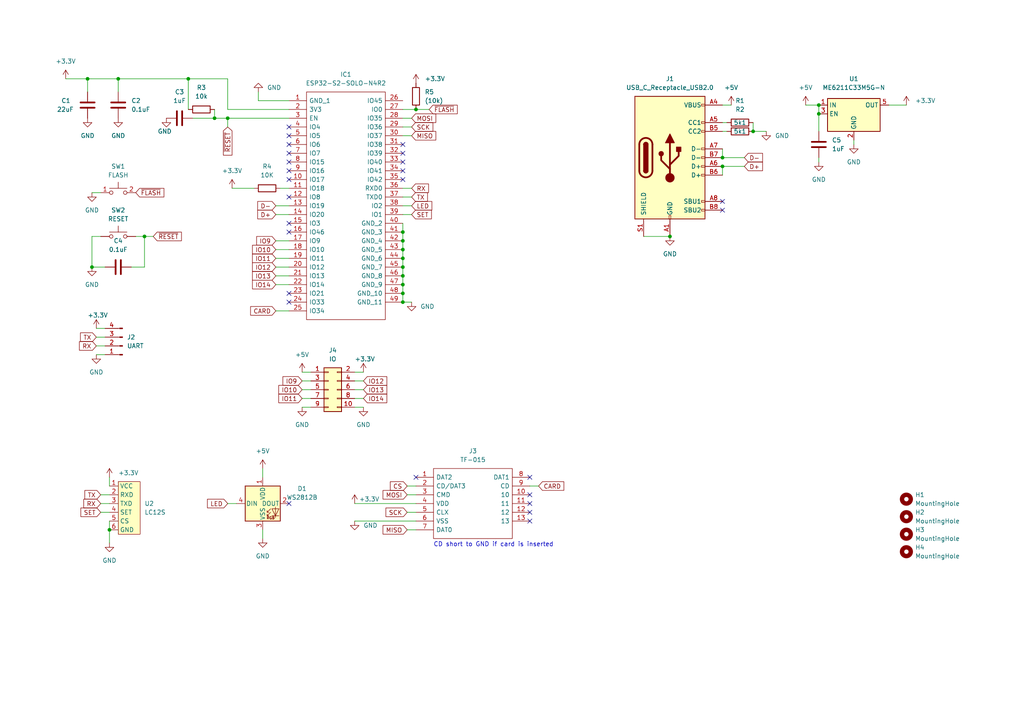
<source format=kicad_sch>
(kicad_sch (version 20231120) (generator "eeschema") (generator_version "8.0")
  (paper "A4")
  (lib_symbols
    (symbol "Connector:Conn_01x04_Male" (pin_names (offset 1.016) hide)
      (property "Reference" "J" (at 0 5.08 0))
      (property "Value" "Conn_01x04_Male" (at 0 -7.62 0))
      (symbol "Conn_01x04_Male_1_1"
        (polyline (pts (xy 1.27 -5.08) (xy 0.8636 -5.08)) (stroke (width 0.1524)))
        (polyline (pts (xy 1.27 -2.54) (xy 0.8636 -2.54)) (stroke (width 0.1524)))
        (polyline (pts (xy 1.27 0) (xy 0.8636 0)) (stroke (width 0.1524)))
        (polyline (pts (xy 1.27 2.54) (xy 0.8636 2.54)) (stroke (width 0.1524)))
        (rectangle (start 0.8636 -4.953) (end 0 -5.207) (stroke (width 0.1524)) (fill (type outline)))
        (rectangle (start 0.8636 -2.413) (end 0 -2.667) (stroke (width 0.1524)) (fill (type outline)))
        (rectangle (start 0.8636 0.127) (end 0 -0.127) (stroke (width 0.1524)) (fill (type outline)))
        (rectangle (start 0.8636 2.667) (end 0 2.413) (stroke (width 0.1524)) (fill (type outline)))
        (pin passive line (at 5.08 2.54 180) (length 3.81) (name "Pin_1") (number "1"))
        (pin passive line (at 5.08 0 180) (length 3.81) (name "Pin_2") (number "2"))
        (pin passive line (at 5.08 -2.54 180) (length 3.81) (name "Pin_3") (number "3"))
        (pin passive line (at 5.08 -5.08 180) (length 3.81) (name "Pin_4") (number "4"))
      )
    )
    (symbol "Connector:USB_C_Receptacle_USB2.0" (pin_names (offset 1.016))
      (property "Reference" "J" (at -10.16 19.05 0))
      (property "Value" "USB_C_Receptacle_USB2.0" (at 19.05 19.05 0))
      (symbol "USB_C_Receptacle_USB2.0_0_0"
        (rectangle (start -0.254 -17.78) (end 0.254 -16.764))
        (rectangle (start 10.16 -14.986) (end 9.144 -15.494))
        (rectangle (start 10.16 -12.446) (end 9.144 -12.954))
        (rectangle (start 10.16 -4.826) (end 9.144 -5.334))
        (rectangle (start 10.16 -2.286) (end 9.144 -2.794))
        (rectangle (start 10.16 0.254) (end 9.144 -0.254))
        (rectangle (start 10.16 2.794) (end 9.144 2.286))
        (rectangle (start 10.16 7.874) (end 9.144 7.366))
        (rectangle (start 10.16 10.414) (end 9.144 9.906))
        (rectangle (start 10.16 15.494) (end 9.144 14.986))
      )
      (symbol "USB_C_Receptacle_USB2.0_0_1"
        (rectangle (start -10.16 17.78) (end 10.16 -17.78) (stroke (width 0.254)) (fill (type background)))
        (arc (start -8.89 -3.81) (mid -6.985 -5.7066) (end -5.08 -3.81) (stroke (width 0.508)))
        (arc (start -7.62 -3.81) (mid -6.985 -4.4422) (end -6.35 -3.81) (stroke (width 0.254)))
        (arc (start -7.62 -3.81) (mid -6.985 -4.4422) (end -6.35 -3.81) (stroke (width 0.254)) (fill (type outline)))
        (rectangle (start -7.62 -3.81) (end -6.35 3.81) (stroke (width 0.254)) (fill (type outline)))
        (arc (start -6.35 3.81) (mid -6.985 4.4422) (end -7.62 3.81) (stroke (width 0.254)))
        (arc (start -6.35 3.81) (mid -6.985 4.4422) (end -7.62 3.81) (stroke (width 0.254)) (fill (type outline)))
        (arc (start -5.08 3.81) (mid -6.985 5.7066) (end -8.89 3.81) (stroke (width 0.508)))
        (circle (center -2.54 1.143) (radius 0.635) (stroke (width 0.254)) (fill (type outline)))
        (circle (center 0 -5.842) (radius 1.27) (fill (type outline)))
        (polyline (pts (xy -8.89 -3.81) (xy -8.89 3.81)) (stroke (width 0.508)))
        (polyline (pts (xy -5.08 3.81) (xy -5.08 -3.81)) (stroke (width 0.508)))
        (polyline (pts (xy 0 -5.842) (xy 0 4.318)) (stroke (width 0.508)))
        (polyline (pts (xy 0 -3.302) (xy -2.54 -0.762) (xy -2.54 0.508)) (stroke (width 0.508)))
        (polyline (pts (xy 0 -2.032) (xy 2.54 0.508) (xy 2.54 1.778)) (stroke (width 0.508)))
        (polyline (pts (xy -1.27 4.318) (xy 0 6.858) (xy 1.27 4.318) (xy -1.27 4.318)) (stroke (width 0.254)) (fill (type outline)))
        (rectangle (start 1.905 1.778) (end 3.175 3.048) (stroke (width 0.254)) (fill (type outline)))
      )
      (symbol "USB_C_Receptacle_USB2.0_1_1"
        (pin passive line (at 0 -22.86 90) (length 5.08) (name "GND") (number "A1"))
        (pin passive line (at 0 -22.86 90) (length 5.08) hide (name "GND") (number "A12"))
        (pin passive line (at 15.24 15.24 180) (length 5.08) (name "VBUS") (number "A4"))
        (pin bidirectional line (at 15.24 10.16 180) (length 5.08) (name "CC1") (number "A5"))
        (pin bidirectional line (at 15.24 -2.54 180) (length 5.08) (name "D+") (number "A6"))
        (pin bidirectional line (at 15.24 2.54 180) (length 5.08) (name "D-") (number "A7"))
        (pin bidirectional line (at 15.24 -12.7 180) (length 5.08) (name "SBU1") (number "A8"))
        (pin passive line (at 15.24 15.24 180) (length 5.08) hide (name "VBUS") (number "A9"))
        (pin passive line (at 0 -22.86 90) (length 5.08) hide (name "GND") (number "B1"))
        (pin passive line (at 0 -22.86 90) (length 5.08) hide (name "GND") (number "B12"))
        (pin passive line (at 15.24 15.24 180) (length 5.08) hide (name "VBUS") (number "B4"))
        (pin bidirectional line (at 15.24 7.62 180) (length 5.08) (name "CC2") (number "B5"))
        (pin bidirectional line (at 15.24 -5.08 180) (length 5.08) (name "D+") (number "B6"))
        (pin bidirectional line (at 15.24 0 180) (length 5.08) (name "D-") (number "B7"))
        (pin bidirectional line (at 15.24 -15.24 180) (length 5.08) (name "SBU2") (number "B8"))
        (pin passive line (at 15.24 15.24 180) (length 5.08) hide (name "VBUS") (number "B9"))
        (pin passive line (at -7.62 -22.86 90) (length 5.08) (name "SHIELD") (number "S1"))
      )
    )
    (symbol "Connector_Generic:Conn_02x05_Odd_Even" (pin_names (offset 1.016) hide)
      (property "Reference" "J" (at 1.27 7.62 0))
      (property "Value" "Conn_02x05_Odd_Even" (at 1.27 -7.62 0))
      (symbol "Conn_02x05_Odd_Even_1_1"
        (rectangle (start -1.27 -4.953) (end 0 -5.207) (stroke (width 0.1524)))
        (rectangle (start -1.27 -2.413) (end 0 -2.667) (stroke (width 0.1524)))
        (rectangle (start -1.27 0.127) (end 0 -0.127) (stroke (width 0.1524)))
        (rectangle (start -1.27 2.667) (end 0 2.413) (stroke (width 0.1524)))
        (rectangle (start -1.27 5.207) (end 0 4.953) (stroke (width 0.1524)))
        (rectangle (start -1.27 6.35) (end 3.81 -6.35) (stroke (width 0.254)) (fill (type background)))
        (rectangle (start 3.81 -4.953) (end 2.54 -5.207) (stroke (width 0.1524)))
        (rectangle (start 3.81 -2.413) (end 2.54 -2.667) (stroke (width 0.1524)))
        (rectangle (start 3.81 0.127) (end 2.54 -0.127) (stroke (width 0.1524)))
        (rectangle (start 3.81 2.667) (end 2.54 2.413) (stroke (width 0.1524)))
        (rectangle (start 3.81 5.207) (end 2.54 4.953) (stroke (width 0.1524)))
        (pin passive line (at -5.08 5.08 0) (length 3.81) (name "Pin_1") (number "1"))
        (pin passive line (at 7.62 -5.08 180) (length 3.81) (name "Pin_10") (number "10"))
        (pin passive line (at 7.62 5.08 180) (length 3.81) (name "Pin_2") (number "2"))
        (pin passive line (at -5.08 2.54 0) (length 3.81) (name "Pin_3") (number "3"))
        (pin passive line (at 7.62 2.54 180) (length 3.81) (name "Pin_4") (number "4"))
        (pin passive line (at -5.08 0 0) (length 3.81) (name "Pin_5") (number "5"))
        (pin passive line (at 7.62 0 180) (length 3.81) (name "Pin_6") (number "6"))
        (pin passive line (at -5.08 -2.54 0) (length 3.81) (name "Pin_7") (number "7"))
        (pin passive line (at 7.62 -2.54 180) (length 3.81) (name "Pin_8") (number "8"))
        (pin passive line (at -5.08 -5.08 0) (length 3.81) (name "Pin_9") (number "9"))
      )
    )
    (symbol "CustomComponents:LC12S"
      (property "Reference" "U" (at 6.35 1.27 0))
      (property "Value" "LC12S" (at 6.35 3.81 0))
      (symbol "LC12S_0_1"
        (rectangle (start 3.81 0) (end 10.16 -15.24) (fill (type background)))
      )
      (symbol "LC12S_1_1"
        (pin power_in line (at 1.27 -1.27 0) (length 2.54) (name "VCC") (number "1"))
        (pin bidirectional line (at 1.27 -3.81 0) (length 2.54) (name "RXD") (number "2"))
        (pin bidirectional line (at 1.27 -6.35 0) (length 2.54) (name "TXD") (number "3"))
        (pin input line (at 1.27 -8.89 0) (length 2.54) (name "SET") (number "4"))
        (pin input line (at 1.27 -11.43 0) (length 2.54) (name "CS") (number "5"))
        (pin power_in line (at 1.27 -13.97 0) (length 2.54) (name "GND") (number "6"))
      )
    )
    (symbol "CustomComponents:ME6211C33M5G-N"
      (property "Reference" "U" (at 0 5.08 0))
      (property "Value" "ME6211C33M5G-N" (at 0 2.54 0))
      (symbol "ME6211C33M5G-N_0_1"
        (rectangle (start -7.62 -8.89) (end 7.62 0.635) (stroke (width 0.254)) (fill (type background)))
      )
      (symbol "ME6211C33M5G-N_1_1"
        (pin power_in line (at -10.16 -1.27 0) (length 2.54) (name "IN") (number "1"))
        (pin power_in line (at 0 -11.43 90) (length 2.54) (name "GND") (number "2"))
        (pin input line (at -10.16 -3.81 0) (length 2.54) (name "EN") (number "3"))
        (pin no_connect line (at 7.62 -3.81 180) (length 2.54) hide (name "NC") (number "4"))
        (pin power_out line (at 10.16 -1.27 180) (length 2.54) (name "OUT") (number "5"))
      )
    )
    (symbol "Device:C" (pin_numbers hide) (pin_names (offset 0.254))
      (property "Reference" "C" (at 0.635 2.54 0))
      (property "Value" "C" (at 0.635 -2.54 0))
      (symbol "C_0_1"
        (polyline (pts (xy -2.032 -0.762) (xy 2.032 -0.762)) (stroke (width 0.508)))
        (polyline (pts (xy -2.032 0.762) (xy 2.032 0.762)) (stroke (width 0.508)))
      )
      (symbol "C_1_1"
        (pin passive line (at 0 3.81 270) (length 2.794) (name "~") (number "1"))
        (pin passive line (at 0 -3.81 90) (length 2.794) (name "~") (number "2"))
      )
    )
    (symbol "Device:R" (pin_numbers hide) (pin_names (offset 0))
      (property "Reference" "R" (at 2.032 0 90))
      (property "Value" "R" (at 0 0 90))
      (symbol "R_0_1"
        (rectangle (start -1.016 -2.54) (end 1.016 2.54) (stroke (width 0.254)))
      )
      (symbol "R_1_1"
        (pin passive line (at 0 3.81 270) (length 1.27) (name "~") (number "1"))
        (pin passive line (at 0 -3.81 90) (length 1.27) (name "~") (number "2"))
      )
    )
    (symbol "LED:WS2812B" (pin_names (offset 0.254))
      (property "Reference" "D" (at 5.08 5.715 0))
      (property "Value" "WS2812B" (at 1.27 -5.715 0))
      (symbol "WS2812B_0_0"
        (text "RGB" (at 2.286 -4.191 0) (effects (font (size 0.762 0.762))))
      )
      (symbol "WS2812B_0_1"
        (polyline (pts (xy 1.27 -3.556) (xy 1.778 -3.556)))
        (polyline (pts (xy 1.27 -2.54) (xy 1.778 -2.54)))
        (polyline (pts (xy 4.699 -3.556) (xy 2.667 -3.556)))
        (polyline (pts (xy 2.286 -2.54) (xy 1.27 -3.556) (xy 1.27 -3.048)))
        (polyline (pts (xy 2.286 -1.524) (xy 1.27 -2.54) (xy 1.27 -2.032)))
        (polyline (pts (xy 3.683 -1.016) (xy 3.683 -3.556) (xy 3.683 -4.064)))
        (polyline (pts (xy 4.699 -1.524) (xy 2.667 -1.524) (xy 3.683 -3.556) (xy 4.699 -1.524)))
        (rectangle (start 5.08 5.08) (end -5.08 -5.08) (stroke (width 0.254)) (fill (type background)))
      )
      (symbol "WS2812B_1_1"
        (pin power_in line (at 0 7.62 270) (length 2.54) (name "VDD") (number "1"))
        (pin output line (at 7.62 0 180) (length 2.54) (name "DOUT") (number "2"))
        (pin power_in line (at 0 -7.62 90) (length 2.54) (name "VSS") (number "3"))
        (pin input line (at -7.62 0 0) (length 2.54) (name "DIN") (number "4"))
      )
    )
    (symbol "Mechanical:MountingHole" (pin_names (offset 1.016))
      (property "Reference" "H" (at 0 5.08 0))
      (property "Value" "MountingHole" (at 0 3.175 0))
      (symbol "MountingHole_0_1"
        (circle (center 0 0) (radius 1.27) (stroke (width 1.27)))
      )
    )
    (symbol "SW_Push_1" (pin_names (offset 1.016) hide)
      (property "Reference" "SW" (at 1.27 2.54 0))
      (property "Value" "SW_Push_1" (at 0 -1.524 0))
      (symbol "SW_Push_1_0_1"
        (circle (center -2.032 0) (radius 0.508))
        (polyline (pts (xy 0 1.27) (xy 0 3.048)))
        (polyline (pts (xy 2.54 1.27) (xy -2.54 1.27)))
        (circle (center 2.032 0) (radius 0.508))
        (pin passive line (at -5.08 0 0) (length 2.54) (name "1") (number "1"))
        (pin passive line (at 5.08 0 180) (length 2.54) (name "2") (number "2"))
      )
    )
    (symbol "SamacSys_Parts:ESP32-S2-SOLO-N4R2" (pin_names (offset 0.762))
      (property "Reference" "IC" (at 29.21 7.62 0))
      (property "Value" "ESP32-S2-SOLO-N4R2" (at 29.21 5.08 0))
      (symbol "ESP32-S2-SOLO-N4R2_0_0"
        (pin passive line (at 0 0 0) (length 5.08) (name "GND_1") (number "1"))
        (pin passive line (at 0 -22.86 0) (length 5.08) (name "IO17") (number "10"))
        (pin passive line (at 0 -25.4 0) (length 5.08) (name "IO18") (number "11"))
        (pin passive line (at 0 -27.94 0) (length 5.08) (name "IO8") (number "12"))
        (pin passive line (at 0 -30.48 0) (length 5.08) (name "IO19") (number "13"))
        (pin passive line (at 0 -33.02 0) (length 5.08) (name "IO20") (number "14"))
        (pin passive line (at 0 -35.56 0) (length 5.08) (name "IO3") (number "15"))
        (pin passive line (at 0 -38.1 0) (length 5.08) (name "IO46") (number "16"))
        (pin passive line (at 0 -40.64 0) (length 5.08) (name "IO9") (number "17"))
        (pin passive line (at 0 -43.18 0) (length 5.08) (name "IO10") (number "18"))
        (pin passive line (at 0 -45.72 0) (length 5.08) (name "IO11") (number "19"))
        (pin passive line (at 0 -2.54 0) (length 5.08) (name "3V3") (number "2"))
        (pin passive line (at 0 -48.26 0) (length 5.08) (name "IO12") (number "20"))
        (pin passive line (at 0 -50.8 0) (length 5.08) (name "IO13") (number "21"))
        (pin passive line (at 0 -53.34 0) (length 5.08) (name "IO14") (number "22"))
        (pin passive line (at 0 -55.88 0) (length 5.08) (name "IO21") (number "23"))
        (pin passive line (at 0 -58.42 0) (length 5.08) (name "IO33") (number "24"))
        (pin passive line (at 0 -60.96 0) (length 5.08) (name "IO34") (number "25"))
        (pin passive line (at 33.02 0 180) (length 5.08) (name "IO45") (number "26"))
        (pin passive line (at 33.02 -2.54 180) (length 5.08) (name "IO0") (number "27"))
        (pin passive line (at 33.02 -5.08 180) (length 5.08) (name "IO35") (number "28"))
        (pin passive line (at 33.02 -7.62 180) (length 5.08) (name "IO36") (number "29"))
        (pin passive line (at 0 -5.08 0) (length 5.08) (name "EN") (number "3"))
        (pin passive line (at 33.02 -10.16 180) (length 5.08) (name "IO37") (number "30"))
        (pin passive line (at 33.02 -12.7 180) (length 5.08) (name "IO38") (number "31"))
        (pin passive line (at 33.02 -15.24 180) (length 5.08) (name "IO39") (number "32"))
        (pin passive line (at 33.02 -17.78 180) (length 5.08) (name "IO40") (number "33"))
        (pin passive line (at 33.02 -20.32 180) (length 5.08) (name "IO41") (number "34"))
        (pin passive line (at 33.02 -22.86 180) (length 5.08) (name "IO42") (number "35"))
        (pin passive line (at 33.02 -25.4 180) (length 5.08) (name "RXD0") (number "36"))
        (pin passive line (at 33.02 -27.94 180) (length 5.08) (name "TXD0") (number "37"))
        (pin passive line (at 33.02 -30.48 180) (length 5.08) (name "IO2") (number "38"))
        (pin passive line (at 33.02 -33.02 180) (length 5.08) (name "IO1") (number "39"))
        (pin passive line (at 0 -7.62 0) (length 5.08) (name "IO4") (number "4"))
        (pin passive line (at 33.02 -35.56 180) (length 5.08) (name "GND_2") (number "40"))
        (pin passive line (at 33.02 -38.1 180) (length 5.08) (name "GND_3") (number "41"))
        (pin passive line (at 33.02 -40.64 180) (length 5.08) (name "GND_4") (number "42"))
        (pin passive line (at 33.02 -43.18 180) (length 5.08) (name "GND_5") (number "43"))
        (pin passive line (at 33.02 -45.72 180) (length 5.08) (name "GND_6") (number "44"))
        (pin passive line (at 33.02 -48.26 180) (length 5.08) (name "GND_7") (number "45"))
        (pin passive line (at 33.02 -50.8 180) (length 5.08) (name "GND_8") (number "46"))
        (pin passive line (at 33.02 -53.34 180) (length 5.08) (name "GND_9") (number "47"))
        (pin passive line (at 33.02 -55.88 180) (length 5.08) (name "GND_10") (number "48"))
        (pin passive line (at 33.02 -58.42 180) (length 5.08) (name "GND_11") (number "49"))
        (pin passive line (at 0 -10.16 0) (length 5.08) (name "IO5") (number "5"))
        (pin passive line (at 0 -12.7 0) (length 5.08) (name "IO6") (number "6"))
        (pin passive line (at 0 -15.24 0) (length 5.08) (name "IO7") (number "7"))
        (pin passive line (at 0 -17.78 0) (length 5.08) (name "IO15") (number "8"))
        (pin passive line (at 0 -20.32 0) (length 5.08) (name "IO16") (number "9"))
      )
      (symbol "ESP32-S2-SOLO-N4R2_0_1"
        (polyline (pts (xy 5.08 2.54) (xy 27.94 2.54) (xy 27.94 -63.5) (xy 5.08 -63.5) (xy 5.08 2.54)) (stroke (width 0.1524)))
      )
    )
    (symbol "SamacSys_Parts:TF-015" (pin_names (offset 0.762))
      (property "Reference" "J" (at 29.21 7.62 0))
      (property "Value" "TF-015" (at 29.21 5.08 0))
      (symbol "TF-015_0_0"
        (pin passive line (at 0 0 0) (length 5.08) (name "DAT2") (number "1"))
        (pin passive line (at 33.02 -5.08 180) (length 5.08) (name "10") (number "10"))
        (pin passive line (at 33.02 -7.62 180) (length 5.08) (name "11") (number "11"))
        (pin passive line (at 33.02 -10.16 180) (length 5.08) (name "12") (number "12"))
        (pin passive line (at 33.02 -12.7 180) (length 5.08) (name "13") (number "13"))
        (pin passive line (at 0 -2.54 0) (length 5.08) (name "CD/DAT3") (number "2"))
        (pin passive line (at 0 -5.08 0) (length 5.08) (name "CMD") (number "3"))
        (pin passive line (at 0 -7.62 0) (length 5.08) (name "VDD") (number "4"))
        (pin passive line (at 0 -10.16 0) (length 5.08) (name "CLX") (number "5"))
        (pin passive line (at 0 -12.7 0) (length 5.08) (name "VSS") (number "6"))
        (pin passive line (at 0 -15.24 0) (length 5.08) (name "DAT0") (number "7"))
        (pin passive line (at 33.02 0 180) (length 5.08) (name "DAT1") (number "8"))
        (pin passive line (at 33.02 -2.54 180) (length 5.08) (name "CD") (number "9"))
      )
      (symbol "TF-015_0_1"
        (polyline (pts (xy 5.08 2.54) (xy 27.94 2.54) (xy 27.94 -17.78) (xy 5.08 -17.78) (xy 5.08 2.54)) (stroke (width 0.1524)))
      )
    )
    (symbol "Switch:SW_Push" (pin_numbers hide) (pin_names (offset 1.016) hide)
      (property "Reference" "SW" (at 1.27 2.54 0))
      (property "Value" "SW_Push" (at 0 -1.524 0))
      (symbol "SW_Push_0_1"
        (circle (center -2.032 0) (radius 0.508))
        (polyline (pts (xy 0 1.27) (xy 0 3.048)))
        (polyline (pts (xy 2.54 1.27) (xy -2.54 1.27)))
        (circle (center 2.032 0) (radius 0.508))
        (pin passive line (at -5.08 0 0) (length 2.54) (name "1") (number "1"))
        (pin passive line (at 5.08 0 180) (length 2.54) (name "2") (number "2"))
      )
    )
    (symbol "power:+3.3V" (power) (pin_names (offset 0))
      (property "Value" "+3.3V" (at 0 3.556 0))
      (symbol "+3.3V_0_1"
        (polyline (pts (xy -0.762 1.27) (xy 0 2.54)))
        (polyline (pts (xy 0 0) (xy 0 2.54)))
        (polyline (pts (xy 0 2.54) (xy 0.762 1.27)))
      )
      (symbol "+3.3V_1_1"
        (pin power_in line (at 0 0 90) (length 0) hide (name "+3.3V") (number "1"))
      )
    )
    (symbol "power:+5V" (power) (pin_names (offset 0))
      (property "Value" "+5V" (at 0 3.556 0))
      (symbol "+5V_0_1"
        (polyline (pts (xy -0.762 1.27) (xy 0 2.54)))
        (polyline (pts (xy 0 0) (xy 0 2.54)))
        (polyline (pts (xy 0 2.54) (xy 0.762 1.27)))
      )
      (symbol "+5V_1_1"
        (pin power_in line (at 0 0 90) (length 0) hide (name "+5V") (number "1"))
      )
    )
    (symbol "power:GND" (power) (pin_names (offset 0))
      (property "Value" "GND" (at 0 -3.81 0))
      (symbol "GND_0_1"
        (polyline (pts (xy 0 0) (xy 0 -1.27) (xy 1.27 -1.27) (xy 0 -2.54) (xy -1.27 -1.27) (xy 0 -1.27)))
      )
      (symbol "GND_1_1"
        (pin power_in line (at 0 0 270) (length 0) hide (name "GND") (number "1"))
      )
    )
  )
  (junction (at 26.67 77.47))
  (junction (at 54.61 22.86))
  (junction (at 237.49 33.02))
  (junction (at 218.44 38.1))
  (junction (at 120.65 31.75))
  (junction (at 116.84 85.09))
  (junction (at 116.84 82.55))
  (junction (at 116.84 77.47))
  (junction (at 209.55 45.72))
  (junction (at 116.84 74.93))
  (junction (at 116.84 67.31))
  (junction (at 209.55 48.26))
  (junction (at 66.04 34.29))
  (junction (at 116.84 87.63))
  (junction (at 116.84 80.01))
  (junction (at 31.75 153.67))
  (junction (at 62.23 34.29))
  (junction (at 34.29 22.86))
  (junction (at 116.84 69.85))
  (junction (at 194.31 68.58))
  (junction (at 25.4 22.86))
  (junction (at 41.91 68.58))
  (junction (at 116.84 72.39))
  (junction (at 237.49 30.48))
  (no_connect (at 83.82 146.05))
  (no_connect (at 116.84 41.91))
  (no_connect (at 116.84 44.45))
  (no_connect (at 116.84 46.99))
  (no_connect (at 116.84 49.53))
  (no_connect (at 116.84 52.07))
  (no_connect (at 153.67 143.51))
  (no_connect (at 153.67 138.43))
  (no_connect (at 120.65 138.43))
  (no_connect (at 153.67 146.05))
  (no_connect (at 153.67 148.59))
  (no_connect (at 153.67 151.13))
  (no_connect (at 83.82 44.45))
  (no_connect (at 83.82 41.91))
  (no_connect (at 83.82 39.37))
  (no_connect (at 83.82 36.83))
  (no_connect (at 83.82 49.53))
  (no_connect (at 83.82 46.99))
  (no_connect (at 209.55 58.42))
  (no_connect (at 209.55 60.96))
  (no_connect (at 83.82 57.15))
  (no_connect (at 83.82 64.77))
  (no_connect (at 83.82 85.09))
  (no_connect (at 83.82 67.31))
  (no_connect (at 83.82 87.63))
  (no_connect (at 83.82 52.07))
  (wire (pts (xy 31.75 151.13) (xy 31.75 153.67)))
  (wire (pts (xy 80.01 82.55) (xy 83.82 82.55)))
  (wire (pts (xy 76.2 135.89) (xy 76.2 138.43)))
  (wire (pts (xy 237.49 30.48) (xy 237.49 33.02)))
  (wire (pts (xy 218.44 35.56) (xy 218.44 38.1)))
  (wire (pts (xy 44.45 68.58) (xy 41.91 68.58)))
  (wire (pts (xy 116.84 36.83) (xy 119.38 36.83)))
  (wire (pts (xy 31.75 153.67) (xy 31.75 157.48)))
  (wire (pts (xy 80.01 90.17) (xy 83.82 90.17)))
  (wire (pts (xy 209.55 48.26) (xy 215.9 48.26)))
  (wire (pts (xy 67.31 54.61) (xy 73.66 54.61)))
  (wire (pts (xy 116.84 39.37) (xy 119.38 39.37)))
  (wire (pts (xy 62.23 34.29) (xy 66.04 34.29)))
  (wire (pts (xy 116.84 87.63) (xy 119.38 87.63)))
  (wire (pts (xy 116.84 85.09) (xy 116.84 82.55)))
  (wire (pts (xy 116.84 59.69) (xy 119.38 59.69)))
  (wire (pts (xy 74.93 29.21) (xy 74.93 26.67)))
  (wire (pts (xy 29.21 146.05) (xy 31.75 146.05)))
  (wire (pts (xy 76.2 156.21) (xy 76.2 153.67)))
  (wire (pts (xy 102.87 118.11) (xy 105.41 118.11)))
  (wire (pts (xy 118.11 143.51) (xy 120.65 143.51)))
  (wire (pts (xy 209.55 35.56) (xy 210.82 35.56)))
  (wire (pts (xy 66.04 31.75) (xy 66.04 22.86)))
  (wire (pts (xy 237.49 33.02) (xy 237.49 38.1)))
  (wire (pts (xy 25.4 22.86) (xy 25.4 26.67)))
  (wire (pts (xy 66.04 34.29) (xy 83.82 34.29)))
  (wire (pts (xy 27.94 97.79) (xy 30.48 97.79)))
  (wire (pts (xy 80.01 80.01) (xy 83.82 80.01)))
  (wire (pts (xy 26.67 77.47) (xy 30.48 77.47)))
  (wire (pts (xy 29.21 148.59) (xy 31.75 148.59)))
  (wire (pts (xy 81.28 54.61) (xy 83.82 54.61)))
  (wire (pts (xy 233.68 30.48) (xy 237.49 30.48)))
  (wire (pts (xy 80.01 77.47) (xy 83.82 77.47)))
  (wire (pts (xy 116.84 87.63) (xy 116.84 85.09)))
  (wire (pts (xy 87.63 110.49) (xy 90.17 110.49)))
  (wire (pts (xy 209.55 38.1) (xy 210.82 38.1)))
  (wire (pts (xy 31.75 138.43) (xy 31.75 140.97)))
  (wire (pts (xy 118.11 140.97) (xy 120.65 140.97)))
  (wire (pts (xy 54.61 22.86) (xy 66.04 22.86)))
  (wire (pts (xy 83.82 31.75) (xy 66.04 31.75)))
  (wire (pts (xy 102.87 110.49) (xy 105.41 110.49)))
  (wire (pts (xy 118.11 153.67) (xy 120.65 153.67)))
  (wire (pts (xy 66.04 146.05) (xy 68.58 146.05)))
  (wire (pts (xy 116.84 62.23) (xy 119.38 62.23)))
  (wire (pts (xy 55.88 34.29) (xy 62.23 34.29)))
  (wire (pts (xy 120.65 31.75) (xy 124.46 31.75)))
  (wire (pts (xy 74.93 29.21) (xy 83.82 29.21)))
  (wire (pts (xy 38.1 77.47) (xy 41.91 77.47)))
  (wire (pts (xy 116.84 72.39) (xy 116.84 69.85)))
  (wire (pts (xy 116.84 69.85) (xy 116.84 67.31)))
  (wire (pts (xy 54.61 22.86) (xy 54.61 31.75)))
  (wire (pts (xy 19.05 22.86) (xy 25.4 22.86)))
  (wire (pts (xy 116.84 77.47) (xy 116.84 74.93)))
  (wire (pts (xy 27.94 102.87) (xy 30.48 102.87)))
  (wire (pts (xy 66.04 34.29) (xy 66.04 36.83)))
  (wire (pts (xy 34.29 22.86) (xy 34.29 26.67)))
  (wire (pts (xy 87.63 107.95) (xy 90.17 107.95)))
  (wire (pts (xy 41.91 77.47) (xy 41.91 68.58)))
  (wire (pts (xy 26.67 55.88) (xy 29.21 55.88)))
  (wire (pts (xy 209.55 30.48) (xy 212.09 30.48)))
  (wire (pts (xy 247.65 40.64) (xy 247.65 41.91)))
  (wire (pts (xy 80.01 69.85) (xy 83.82 69.85)))
  (wire (pts (xy 153.67 140.97) (xy 156.21 140.97)))
  (wire (pts (xy 116.84 57.15) (xy 119.38 57.15)))
  (wire (pts (xy 41.91 68.58) (xy 39.37 68.58)))
  (wire (pts (xy 237.49 45.72) (xy 237.49 46.99)))
  (wire (pts (xy 257.81 30.48) (xy 262.89 30.48)))
  (wire (pts (xy 62.23 31.75) (xy 62.23 34.29)))
  (wire (pts (xy 105.41 107.95) (xy 102.87 107.95)))
  (wire (pts (xy 29.21 143.51) (xy 31.75 143.51)))
  (wire (pts (xy 34.29 22.86) (xy 54.61 22.86)))
  (wire (pts (xy 209.55 48.26) (xy 209.55 50.8)))
  (wire (pts (xy 25.4 22.86) (xy 34.29 22.86)))
  (wire (pts (xy 116.84 82.55) (xy 116.84 80.01)))
  (wire (pts (xy 116.84 80.01) (xy 116.84 77.47)))
  (wire (pts (xy 27.94 100.33) (xy 30.48 100.33)))
  (wire (pts (xy 87.63 118.11) (xy 90.17 118.11)))
  (wire (pts (xy 29.21 68.58) (xy 26.67 68.58)))
  (wire (pts (xy 80.01 74.93) (xy 83.82 74.93)))
  (wire (pts (xy 118.11 148.59) (xy 120.65 148.59)))
  (wire (pts (xy 27.94 95.25) (xy 30.48 95.25)))
  (wire (pts (xy 87.63 113.03) (xy 90.17 113.03)))
  (wire (pts (xy 116.84 34.29) (xy 119.38 34.29)))
  (wire (pts (xy 102.87 146.05) (xy 120.65 146.05)))
  (wire (pts (xy 186.69 68.58) (xy 194.31 68.58)))
  (wire (pts (xy 209.55 43.18) (xy 209.55 45.72)))
  (wire (pts (xy 102.87 115.57) (xy 105.41 115.57)))
  (wire (pts (xy 218.44 38.1) (xy 222.25 38.1)))
  (wire (pts (xy 116.84 31.75) (xy 120.65 31.75)))
  (wire (pts (xy 116.84 74.93) (xy 116.84 72.39)))
  (wire (pts (xy 80.01 62.23) (xy 83.82 62.23)))
  (wire (pts (xy 80.01 59.69) (xy 83.82 59.69)))
  (wire (pts (xy 26.67 68.58) (xy 26.67 77.47)))
  (wire (pts (xy 116.84 54.61) (xy 119.38 54.61)))
  (wire (pts (xy 87.63 115.57) (xy 90.17 115.57)))
  (wire (pts (xy 209.55 45.72) (xy 215.9 45.72)))
  (wire (pts (xy 102.87 151.13) (xy 120.65 151.13)))
  (wire (pts (xy 80.01 72.39) (xy 83.82 72.39)))
  (wire (pts (xy 116.84 67.31) (xy 116.84 64.77)))
  (wire (pts (xy 102.87 113.03) (xy 105.41 113.03)))
  (text "CD short to GND if card is inserted" (at 125.73 158.75 0) (effects (font (size 1.27 1.27)) (justify left bottom)))
  (global_label "IO9" (shape input) (at 87.63 110.49 180) (property "Intersheetrefs" "${INTERSHEET_REFS}" (effects (hide yes))))
  (global_label "IO13" (shape input) (at 105.41 113.03 0) (property "Intersheetrefs" "${INTERSHEET_REFS}" (effects (hide yes))))
  (global_label "IO13" (shape input) (at 80.01 80.01 180) (property "Intersheetrefs" "${INTERSHEET_REFS}" (effects (hide yes))))
  (global_label "D-" (shape input) (at 80.01 59.69 180) (property "Intersheetrefs" "${INTERSHEET_REFS}" (effects (hide yes))))
  (global_label "LED" (shape input) (at 66.04 146.05 180) (property "Intersheetrefs" "${INTERSHEET_REFS}" (effects (hide yes))))
  (global_label "TX" (shape input) (at 29.21 143.51 180) (property "Intersheetrefs" "${INTERSHEET_REFS}" (effects (hide yes))))
  (global_label "MOSI" (shape input) (at 118.11 143.51 180) (property "Intersheetrefs" "${INTERSHEET_REFS}" (effects (hide yes))))
  (global_label "IO9" (shape input) (at 80.01 69.85 180) (property "Intersheetrefs" "${INTERSHEET_REFS}" (effects (hide yes))))
  (global_label "D-" (shape input) (at 215.9 45.72 0) (property "Intersheetrefs" "${INTERSHEET_REFS}" (effects (hide yes))))
  (global_label "CS" (shape input) (at 118.11 140.97 180) (property "Intersheetrefs" "${INTERSHEET_REFS}" (effects (hide yes))))
  (global_label "CARD" (shape input) (at 80.01 90.17 180) (property "Intersheetrefs" "${INTERSHEET_REFS}" (effects (hide yes))))
  (global_label "IO10" (shape input) (at 87.63 113.03 180) (property "Intersheetrefs" "${INTERSHEET_REFS}" (effects (hide yes))))
  (global_label "RX" (shape input) (at 119.38 54.61 0) (property "Intersheetrefs" "${INTERSHEET_REFS}" (effects (hide yes))))
  (global_label "MISO" (shape input) (at 119.38 39.37 0) (property "Intersheetrefs" "${INTERSHEET_REFS}" (effects (hide yes))))
  (global_label "~{RESET}" (shape input) (at 66.04 36.83 270) (property "Intersheetrefs" "${INTERSHEET_REFS}" (effects (hide yes))))
  (global_label "LED" (shape input) (at 119.38 59.69 0) (property "Intersheetrefs" "${INTERSHEET_REFS}" (effects (hide yes))))
  (global_label "MOSI" (shape input) (at 119.38 34.29 0) (property "Intersheetrefs" "${INTERSHEET_REFS}" (effects (hide yes))))
  (global_label "D+" (shape input) (at 80.01 62.23 180) (property "Intersheetrefs" "${INTERSHEET_REFS}" (effects (hide yes))))
  (global_label "MISO" (shape input) (at 118.11 153.67 180) (property "Intersheetrefs" "${INTERSHEET_REFS}" (effects (hide yes))))
  (global_label "~{RESET}" (shape input) (at 44.45 68.58 0) (property "Intersheetrefs" "${INTERSHEET_REFS}" (effects (hide yes))))
  (global_label "SET" (shape input) (at 29.21 148.59 180) (property "Intersheetrefs" "${INTERSHEET_REFS}" (effects (hide yes))))
  (global_label "IO11" (shape input) (at 80.01 74.93 180) (property "Intersheetrefs" "${INTERSHEET_REFS}" (effects (hide yes))))
  (global_label "TX" (shape input) (at 27.94 97.79 180) (property "Intersheetrefs" "${INTERSHEET_REFS}" (effects (hide yes))))
  (global_label "IO12" (shape input) (at 105.41 110.49 0) (property "Intersheetrefs" "${INTERSHEET_REFS}" (effects (hide yes))))
  (global_label "RX" (shape input) (at 29.21 146.05 180) (property "Intersheetrefs" "${INTERSHEET_REFS}" (effects (hide yes))))
  (global_label "TX" (shape input) (at 119.38 57.15 0) (property "Intersheetrefs" "${INTERSHEET_REFS}" (effects (hide yes))))
  (global_label "IO14" (shape input) (at 105.41 115.57 0) (property "Intersheetrefs" "${INTERSHEET_REFS}" (effects (hide yes))))
  (global_label "IO14" (shape input) (at 80.01 82.55 180) (property "Intersheetrefs" "${INTERSHEET_REFS}" (effects (hide yes))))
  (global_label "CARD" (shape input) (at 156.21 140.97 0) (property "Intersheetrefs" "${INTERSHEET_REFS}" (effects (hide yes))))
  (global_label "SET" (shape input) (at 119.38 62.23 0) (property "Intersheetrefs" "${INTERSHEET_REFS}" (effects (hide yes))))
  (global_label "~{FLASH}" (shape input) (at 124.46 31.75 0) (property "Intersheetrefs" "${INTERSHEET_REFS}" (effects (hide yes))))
  (global_label "IO10" (shape input) (at 80.01 72.39 180) (property "Intersheetrefs" "${INTERSHEET_REFS}" (effects (hide yes))))
  (global_label "SCK" (shape input) (at 119.38 36.83 0) (property "Intersheetrefs" "${INTERSHEET_REFS}" (effects (hide yes))))
  (global_label "D+" (shape input) (at 215.9 48.26 0) (property "Intersheetrefs" "${INTERSHEET_REFS}" (effects (hide yes))))
  (global_label "~{FLASH}" (shape input) (at 39.37 55.88 0) (property "Intersheetrefs" "${INTERSHEET_REFS}" (effects (hide yes))))
  (global_label "RX" (shape input) (at 27.94 100.33 180) (property "Intersheetrefs" "${INTERSHEET_REFS}" (effects (hide yes))))
  (global_label "SCK" (shape input) (at 118.11 148.59 180) (property "Intersheetrefs" "${INTERSHEET_REFS}" (effects (hide yes))))
  (global_label "IO11" (shape input) (at 87.63 115.57 180) (property "Intersheetrefs" "${INTERSHEET_REFS}" (effects (hide yes))))
  (global_label "IO12" (shape input) (at 80.01 77.47 180) (property "Intersheetrefs" "${INTERSHEET_REFS}" (effects (hide yes))))
  (symbol (lib_id "CustomComponents:LC12S") (at 30.48 139.7 0) (unit 1)
    (property "Reference" "U2" (at 41.91 146.0499 0) (effects (justify left)))
    (property "Value" "LC12S" (at 41.91 148.5899 0) (effects (justify left)))
    (property "Footprint" "CustomComponents:LC12S" (effects (hide yes)))
  )
  (symbol (lib_id "Mechanical:MountingHole") (at 262.89 144.78 0) (unit 1)
    (property "Reference" "H1" (at 265.43 143.5099 0) (effects (justify left)))
    (property "Value" "MountingHole" (at 265.43 146.0499 0) (effects (justify left)))
    (property "Footprint" "MountingHole:MountingHole_2.2mm_M2" (effects (hide yes)))
  )
  (symbol (lib_id "power:+5V") (at 76.2 135.89 0) (unit 1)
    (property "Reference" "#PWR0101" (effects (hide yes)))
    (property "Value" "+5V" (at 76.2 130.81 0))
  )
  (symbol (lib_id "power:GND") (at 194.31 68.58 0) (unit 1)
    (property "Reference" "#PWR01" (effects (hide yes)))
    (property "Value" "GND" (at 194.31 73.66 0))
  )
  (symbol (lib_id "power:GND") (at 87.63 118.11 0) (unit 1)
    (property "Reference" "#PWR026" (effects (hide yes)))
    (property "Value" "GND" (at 87.63 123.19 0))
  )
  (symbol (lib_id "Device:R") (at 214.63 35.56 90) (unit 1)
    (property "Reference" "R1" (at 214.63 29.21 90))
    (property "Value" "5k1" (at 214.63 35.56 90))
    (property "Footprint" "Resistor_SMD:R_0805_2012Metric_Pad1.20x1.40mm_HandSolder" (effects (hide yes)))
  )
  (symbol (lib_id "power:GND") (at 34.29 34.29 0) (unit 1)
    (property "Reference" "#PWR05" (effects (hide yes)))
    (property "Value" "GND" (at 34.29 39.37 0))
  )
  (symbol (lib_id "power:+3.3V") (at 67.31 54.61 0) (unit 1)
    (property "Reference" "#PWR08" (effects (hide yes)))
    (property "Value" "+3.3V" (at 67.31 49.53 0))
  )
  (symbol (lib_id "SamacSys_Parts:ESP32-S2-SOLO-N4R2") (at 83.82 29.21 0) (unit 1)
    (property "Reference" "IC1" (at 100.33 21.59 0))
    (property "Value" "ESP32-S2-SOLO-N4R2" (at 100.33 24.13 0))
    (property "Footprint" "SamacSys_Parts:ESP32S2SOLON4R2" (effects (hide yes)))
    (property "Datasheet" "https://www.espressif.com/sites/default/files/documentation/esp32-s2-solo_esp32-s2-solo-u_datasheet_en.pdf" (effects (hide yes)))
    (property "Description" "WiFi Modules - 802.11 SMD module, ESP32-S2R2 with 2 MB PSRAM inside, 4 MB SPI flash, PCB antenna/002" (effects (hide yes)))
    (property "Height" "3.25" (effects (hide yes)))
    (property "Manufacturer_Name" "Espressif Systems" (effects (hide yes)))
    (property "Manufacturer_Part_Number" "ESP32-S2-SOLO-N4R2" (effects (hide yes)))
    (property "Mouser Part Number" "356-ESP32-S2SOLON4R2" (effects (hide yes)))
    (property "Mouser Price/Stock" "https://www.mouser.co.uk/ProductDetail/Espressif-Systems/ESP32-S2-SOLO-N4R2?qs=pBJMDPsKWf0j4qPDQHWJuA%3D%3D" (effects (hide yes)))
  )
  (symbol (lib_id "power:GND") (at 222.25 38.1 0) (unit 1)
    (property "Reference" "#PWR06" (effects (hide yes)))
    (property "Value" "GND" (at 224.79 39.3699 0) (effects (justify left)))
  )
  (symbol (lib_id "power:GND") (at 26.67 77.47 0) (unit 1)
    (property "Reference" "#PWR015" (effects (hide yes)))
    (property "Value" "GND" (at 26.67 82.55 0))
  )
  (symbol (lib_id "Device:C") (at 237.49 41.91 0) (unit 1)
    (property "Reference" "C5" (at 241.3 40.6399 0) (effects (justify left)))
    (property "Value" "1uF" (at 241.3 43.1799 0) (effects (justify left)))
    (property "Footprint" "Capacitor_SMD:C_0805_2012Metric_Pad1.18x1.45mm_HandSolder" (effects (hide yes)))
  )
  (symbol (lib_id "Device:C") (at 34.29 77.47 270) (unit 1)
    (property "Reference" "C4" (at 34.29 69.85 90))
    (property "Value" "0.1uF" (at 34.29 72.39 90))
    (property "Footprint" "Capacitor_SMD:C_0805_2012Metric_Pad1.18x1.45mm_HandSolder" (effects (hide yes)))
  )
  (symbol (lib_id "power:GND") (at 26.67 55.88 0) (unit 1)
    (property "Reference" "#PWR014" (effects (hide yes)))
    (property "Value" "GND" (at 26.67 60.96 0))
  )
  (symbol (lib_id "power:+3.3V") (at 120.65 24.13 0) (unit 1)
    (property "Reference" "#PWR011" (effects (hide yes)))
    (property "Value" "+3.3V" (at 123.19 22.8599 0) (effects (justify left)))
  )
  (symbol (lib_id "Connector_Generic:Conn_02x05_Odd_Even") (at 95.25 113.03 0) (unit 1)
    (property "Reference" "J4" (at 96.52 101.6 0))
    (property "Value" "IO" (at 96.52 104.14 0))
    (property "Footprint" "Connector_PinHeader_2.54mm:PinHeader_2x05_P2.54mm_Vertical" (effects (hide yes)))
  )
  (symbol (lib_id "Device:C") (at 25.4 30.48 180) (unit 1)
    (property "Reference" "C1" (at 17.78 29.21 0) (effects (justify right)))
    (property "Value" "22uF" (at 16.51 31.75 0) (effects (justify right)))
    (property "Footprint" "Capacitor_SMD:C_0805_2012Metric_Pad1.18x1.45mm_HandSolder" (effects (hide yes)))
  )
  (symbol (lib_id "power:+3.3V") (at 31.75 138.43 0) (unit 1)
    (property "Reference" "#PWR016" (effects (hide yes)))
    (property "Value" "+3.3V" (at 34.29 137.1599 0) (effects (justify left)))
  )
  (symbol (lib_name "SW_Push_1") (lib_id "Switch:SW_Push") (at 34.29 55.88 0) (unit 1)
    (property "Reference" "SW1" (at 34.29 48.26 0))
    (property "Value" "FLASH" (at 34.29 50.8 0))
    (property "Footprint" "SamacSys_Parts:TS1187ABAB" (effects (hide yes)))
  )
  (symbol (lib_id "CustomComponents:ME6211C33M5G-N") (at 247.65 29.21 0) (unit 1)
    (property "Reference" "U1" (at 247.65 22.86 0))
    (property "Value" "ME6211C33M5G-N" (at 247.65 25.4 0))
    (property "Footprint" "Package_TO_SOT_SMD:SOT-23-5_HandSoldering" (effects (hide yes)))
  )
  (symbol (lib_id "power:+3.3V") (at 105.41 107.95 0) (unit 1)
    (property "Reference" "#PWR027" (effects (hide yes)))
    (property "Value" "+3.3V" (at 102.87 104.14 0) (effects (justify left)))
  )
  (symbol (lib_id "power:GND") (at 27.94 102.87 0) (unit 1)
    (property "Reference" "#PWR013" (effects (hide yes)))
    (property "Value" "GND" (at 27.94 107.95 0))
  )
  (symbol (lib_id "power:+5V") (at 233.68 30.48 0) (unit 1)
    (property "Reference" "#PWR018" (effects (hide yes)))
    (property "Value" "+5V" (at 233.68 25.4 0))
  )
  (symbol (lib_id "Device:R") (at 120.65 27.94 180) (unit 1)
    (property "Reference" "R5" (at 123.19 26.6699 0) (effects (justify right)))
    (property "Value" "(10k)" (at 123.19 29.2099 0) (effects (justify right)))
    (property "Footprint" "Resistor_SMD:R_0805_2012Metric_Pad1.20x1.40mm_HandSolder" (effects (hide yes)))
  )
  (symbol (lib_id "power:GND") (at 105.41 118.11 0) (unit 1)
    (property "Reference" "#PWR028" (effects (hide yes)))
    (property "Value" "GND" (at 105.41 123.19 0))
  )
  (symbol (lib_id "power:GND") (at 247.65 41.91 0) (unit 1)
    (property "Reference" "#PWR020" (effects (hide yes)))
    (property "Value" "GND" (at 247.65 46.99 0))
  )
  (symbol (lib_id "power:+3.3V") (at 102.87 146.05 0) (unit 1)
    (property "Reference" "#PWR024" (effects (hide yes)))
    (property "Value" "+3.3V" (at 104.14 144.78 0) (effects (justify left)))
  )
  (symbol (lib_id "power:GND") (at 237.49 46.99 0) (unit 1)
    (property "Reference" "#PWR019" (effects (hide yes)))
    (property "Value" "GND" (at 237.49 52.07 0))
  )
  (symbol (lib_id "power:GND") (at 74.93 26.67 180) (unit 1)
    (property "Reference" "#PWR09" (effects (hide yes)))
    (property "Value" "GND" (at 77.47 25.3999 0) (effects (justify right)))
  )
  (symbol (lib_id "Device:C") (at 34.29 30.48 180) (unit 1)
    (property "Reference" "C2" (at 38.1 29.2099 0) (effects (justify right)))
    (property "Value" "0.1uF" (at 38.1 31.7499 0) (effects (justify right)))
    (property "Footprint" "Capacitor_SMD:C_0805_2012Metric_Pad1.18x1.45mm_HandSolder" (effects (hide yes)))
  )
  (symbol (lib_id "power:+3.3V") (at 27.94 95.25 0) (unit 1)
    (property "Reference" "#PWR012" (effects (hide yes)))
    (property "Value" "+3.3V" (at 25.4 91.44 0) (effects (justify left)))
  )
  (symbol (lib_id "Switch:SW_Push") (at 34.29 68.58 0) (unit 1)
    (property "Reference" "SW2" (at 34.29 60.96 0))
    (property "Value" "RESET" (at 34.29 63.5 0))
    (property "Footprint" "SamacSys_Parts:TS1187ABAB" (effects (hide yes)))
  )
  (symbol (lib_id "power:+5V") (at 87.63 107.95 0) (unit 1)
    (property "Reference" "#PWR022" (effects (hide yes)))
    (property "Value" "+5V" (at 87.63 102.87 0))
  )
  (symbol (lib_id "Device:R") (at 58.42 31.75 90) (unit 1)
    (property "Reference" "R3" (at 58.42 25.4 90))
    (property "Value" "10k" (at 58.42 27.94 90))
    (property "Footprint" "Resistor_SMD:R_0805_2012Metric_Pad1.20x1.40mm_HandSolder" (effects (hide yes)))
  )
  (symbol (lib_id "power:GND") (at 48.26 34.29 0) (unit 1)
    (property "Reference" "#PWR07" (effects (hide yes)))
    (property "Value" "GND" (at 45.72 38.1 0) (effects (justify left)))
  )
  (symbol (lib_id "Device:R") (at 214.63 38.1 90) (unit 1)
    (property "Reference" "R2" (at 214.63 31.75 90))
    (property "Value" "5k1" (at 214.63 38.1 90))
    (property "Footprint" "Resistor_SMD:R_0805_2012Metric_Pad1.20x1.40mm_HandSolder" (effects (hide yes)))
  )
  (symbol (lib_id "Connector:USB_C_Receptacle_USB2.0") (at 194.31 45.72 0) (unit 1)
    (property "Reference" "J1" (at 194.31 22.86 0))
    (property "Value" "USB_C_Receptacle_USB2.0" (at 194.31 25.4 0))
    (property "Footprint" "CustomComponents:USB_C_Receptacle_HRO_TYPE-C-31-M-12" (effects (hide yes)))
    (property "Datasheet" "https://www.usb.org/sites/default/files/documents/usb_type-c.zip" (effects (hide yes)))
  )
  (symbol (lib_id "power:+5V") (at 212.09 30.48 0) (unit 1)
    (property "Reference" "#PWR04" (effects (hide yes)))
    (property "Value" "+5V" (at 212.09 25.4 0))
  )
  (symbol (lib_id "power:GND") (at 25.4 34.29 0) (unit 1)
    (property "Reference" "#PWR03" (effects (hide yes)))
    (property "Value" "GND" (at 25.4 39.37 0))
  )
  (symbol (lib_id "Mechanical:MountingHole") (at 262.89 160.02 0) (unit 1)
    (property "Reference" "H4" (at 265.43 158.7499 0) (effects (justify left)))
    (property "Value" "MountingHole" (at 265.43 161.2899 0) (effects (justify left)))
    (property "Footprint" "MountingHole:MountingHole_2.2mm_M2" (effects (hide yes)))
  )
  (symbol (lib_id "Device:R") (at 77.47 54.61 90) (unit 1)
    (property "Reference" "R4" (at 77.47 48.26 90))
    (property "Value" "10K" (at 77.47 50.8 90))
    (property "Footprint" "Resistor_SMD:R_0805_2012Metric_Pad1.20x1.40mm_HandSolder" (effects (hide yes)))
  )
  (symbol (lib_id "Mechanical:MountingHole") (at 262.89 149.86 0) (unit 1)
    (property "Reference" "H2" (at 265.43 148.5899 0) (effects (justify left)))
    (property "Value" "MountingHole" (at 265.43 151.1299 0) (effects (justify left)))
    (property "Footprint" "MountingHole:MountingHole_2.2mm_M2" (effects (hide yes)))
  )
  (symbol (lib_id "power:+3.3V") (at 262.89 30.48 0) (unit 1)
    (property "Reference" "#PWR021" (effects (hide yes)))
    (property "Value" "+3.3V" (at 265.43 29.2099 0) (effects (justify left)))
  )
  (symbol (lib_id "Connector:Conn_01x04_Male") (at 35.56 100.33 180) (unit 1)
    (property "Reference" "J2" (at 36.83 97.7899 0) (effects (justify right)))
    (property "Value" "UART" (at 36.83 100.3299 0) (effects (justify right)))
    (property "Footprint" "Connector_PinHeader_2.54mm:PinHeader_1x04_P2.54mm_Vertical" (effects (hide yes)))
  )
  (symbol (lib_id "power:+3.3V") (at 19.05 22.86 0) (unit 1)
    (property "Reference" "#PWR02" (effects (hide yes)))
    (property "Value" "+3.3V" (at 19.05 17.78 0))
  )
  (symbol (lib_id "SamacSys_Parts:TF-015") (at 120.65 138.43 0) (unit 1)
    (property "Reference" "J3" (at 137.16 130.81 0))
    (property "Value" "TF-015" (at 137.16 133.35 0))
    (property "Footprint" "SamacSys_Parts:TF015" (effects (hide yes)))
    (property "Datasheet" "https://datasheet.lcsc.com/szlcsc/SOFNG-TF-015_C113206.pdf" (effects (hide yes)))
    (property "Description" "SD Card connector" (effects (hide yes)))
    (property "Height" "1.7" (effects (hide yes)))
    (property "Manufacturer_Name" "SOFNG" (effects (hide yes)))
    (property "Manufacturer_Part_Number" "TF-015" (effects (hide yes)))
  )
  (symbol (lib_id "LED:WS2812B") (at 76.2 146.05 0) (unit 1)
    (property "Reference" "D1" (at 87.63 141.7193 0))
    (property "Value" "WS2812B" (at 87.63 144.2593 0))
    (property "Footprint" "LED_SMD:LED_WS2812B_PLCC4_5.0x5.0mm_P3.2mm" (effects (hide yes)))
    (property "Datasheet" "https://cdn-shop.adafruit.com/datasheets/WS2812B.pdf" (effects (hide yes)))
  )
  (symbol (lib_id "power:GND") (at 31.75 157.48 0) (unit 1)
    (property "Reference" "#PWR017" (effects (hide yes)))
    (property "Value" "GND" (at 31.75 162.56 0))
  )
  (symbol (lib_id "power:GND") (at 102.87 151.13 0) (unit 1)
    (property "Reference" "#PWR025" (effects (hide yes)))
    (property "Value" "GND" (at 105.41 152.3999 0) (effects (justify left)))
  )
  (symbol (lib_id "power:GND") (at 119.38 87.63 0) (unit 1)
    (property "Reference" "#PWR010" (effects (hide yes)))
    (property "Value" "GND" (at 121.92 88.8999 0) (effects (justify left)))
  )
  (symbol (lib_id "Mechanical:MountingHole") (at 262.89 154.94 0) (unit 1)
    (property "Reference" "H3" (at 265.43 153.6699 0) (effects (justify left)))
    (property "Value" "MountingHole" (at 265.43 156.2099 0) (effects (justify left)))
    (property "Footprint" "MountingHole:MountingHole_2.2mm_M2" (effects (hide yes)))
  )
  (symbol (lib_id "Device:C") (at 52.07 34.29 90) (unit 1)
    (property "Reference" "C3" (at 52.07 26.67 90))
    (property "Value" "1uF" (at 52.07 29.21 90))
    (property "Footprint" "Capacitor_SMD:C_0805_2012Metric_Pad1.18x1.45mm_HandSolder" (effects (hide yes)))
  )
  (symbol (lib_id "power:GND") (at 76.2 156.21 0) (unit 1)
    (property "Reference" "#PWR023" (effects (hide yes)))
    (property "Value" "GND" (at 76.2 161.29 0))
  )
)
</source>
